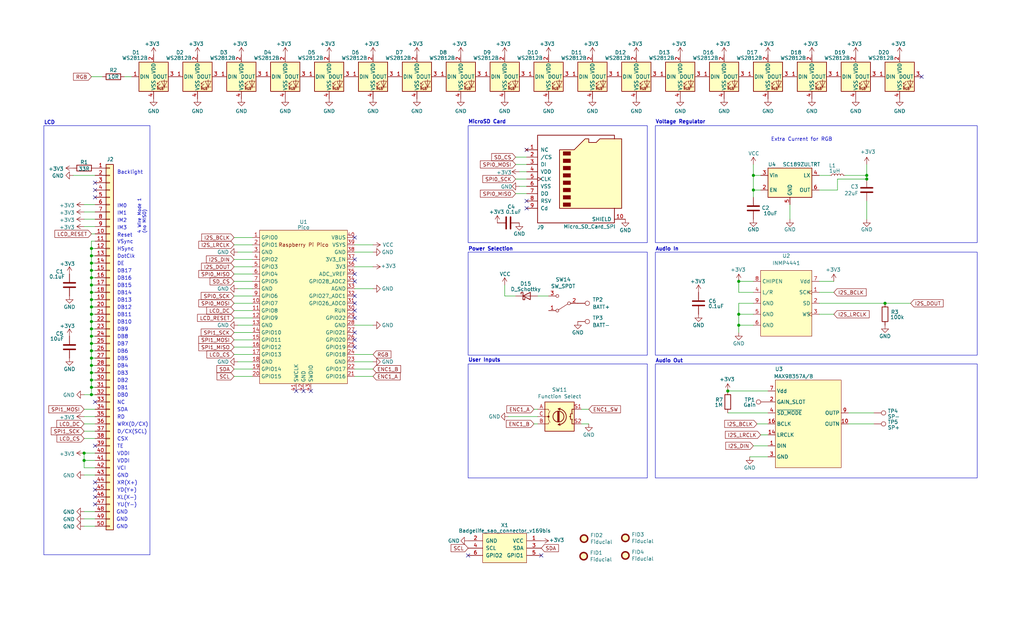
<source format=kicad_sch>
(kicad_sch (version 20231120) (generator "eeschema") (generator_version "8.0")
  (paper "USLegal")
  (title_block (title "DC32 Slow Scan Cat Detector") (date "2024-06-09") (rev "1.0") (company "DCZia") (comment 1 "@hamster"))
  (junction (at 31.75 132.08))
  (junction (at 31.75 91.44))
  (junction (at 31.75 96.52))
  (junction (at 31.75 119.38))
  (junction (at 31.75 129.54))
  (junction (at 256.54 113.03))
  (junction (at 307.34 105.41))
  (junction (at 31.75 116.84))
  (junction (at 300.99 60.96))
  (junction (at 31.75 134.62))
  (junction (at 31.75 127))
  (junction (at 31.75 86.36))
  (junction (at 31.75 88.9))
  (junction (at 29.21 160.02))
  (junction (at 261.62 66.04))
  (junction (at 31.75 121.92))
  (junction (at 252.73 135.89))
  (junction (at 300.99 62.23))
  (junction (at 31.75 137.16))
  (junction (at 31.75 109.22))
  (junction (at 29.21 157.48))
  (junction (at 256.54 97.79))
  (junction (at 31.75 111.76))
  (junction (at 31.75 106.68))
  (junction (at 31.75 124.46))
  (junction (at 31.75 93.98))
  (junction (at 256.54 109.22))
  (junction (at 261.62 60.96))
  (junction (at 31.75 99.06))
  (junction (at 31.75 114.3))
  (junction (at 31.75 101.6))
  (junction (at 31.75 104.14))
  (no_connect (at 33.02 170.18))
  (no_connect (at 33.02 175.26))
  (no_connect (at 123.19 102.87))
  (no_connect (at 33.02 66.04))
  (no_connect (at 123.19 82.55))
  (no_connect (at 33.02 154.94))
  (no_connect (at 33.02 172.72))
  (no_connect (at 33.02 63.5))
  (no_connect (at 123.19 110.49))
  (no_connect (at 123.19 97.79))
  (no_connect (at 33.02 68.58))
  (no_connect (at 123.19 107.95))
  (no_connect (at 187.96 193.04))
  (no_connect (at 162.56 193.04))
  (no_connect (at 182.88 72.39))
  (no_connect (at 33.02 139.7))
  (no_connect (at 123.19 120.65))
  (no_connect (at 123.19 90.17))
  (no_connect (at 107.95 135.89))
  (no_connect (at 320.04 26.67))
  (no_connect (at 182.88 52.07))
  (no_connect (at 123.19 105.41))
  (no_connect (at 123.19 118.11))
  (no_connect (at 102.87 135.89))
  (no_connect (at 123.19 95.25))
  (no_connect (at 182.88 69.85))
  (no_connect (at 33.02 167.64))
  (no_connect (at 123.19 115.57))
  (no_connect (at 105.41 135.89))
  (wire (pts (xy 31.75 109.22) (xy 31.75 111.76)))
  (polyline (pts (xy 15.24 43.688) (xy 52.07 43.688)) (stroke (width 0) (type solid)))
  (wire (pts (xy 33.02 165.1) (xy 29.21 165.1)))
  (wire (pts (xy 264.16 60.96) (xy 261.62 60.96)))
  (wire (pts (xy 33.02 119.38) (xy 31.75 119.38)))
  (wire (pts (xy 81.28 115.57) (xy 87.63 115.57)))
  (wire (pts (xy 33.02 109.22) (xy 31.75 109.22)))
  (wire (pts (xy 33.02 99.06) (xy 31.75 99.06)))
  (wire (pts (xy 29.21 142.24) (xy 33.02 142.24)))
  (wire (pts (xy 33.02 96.52) (xy 31.75 96.52)))
  (wire (pts (xy 31.75 134.62) (xy 31.75 137.16)))
  (wire (pts (xy 31.75 96.52) (xy 31.75 93.98)))
  (wire (pts (xy 29.21 147.32) (xy 33.02 147.32)))
  (wire (pts (xy 179.07 57.15) (xy 182.88 57.15)))
  (wire (pts (xy 33.02 127) (xy 31.75 127)))
  (wire (pts (xy 284.48 101.6) (xy 289.56 101.6)))
  (wire (pts (xy 284.48 109.22) (xy 289.56 109.22)))
  (wire (pts (xy 31.75 83.82) (xy 33.02 83.82)))
  (wire (pts (xy 33.02 180.34) (xy 29.21 180.34)))
  (wire (pts (xy 264.16 151.13) (xy 266.7 151.13)))
  (wire (pts (xy 33.02 104.14) (xy 31.75 104.14)))
  (wire (pts (xy 123.19 85.09) (xy 129.54 85.09)))
  (wire (pts (xy 293.37 60.96) (xy 300.99 60.96)))
  (wire (pts (xy 256.54 109.22) (xy 261.62 109.22)))
  (wire (pts (xy 31.75 114.3) (xy 31.75 116.84)))
  (wire (pts (xy 31.75 137.16) (xy 33.02 137.16)))
  (wire (pts (xy 31.75 86.36) (xy 31.75 83.82)))
  (wire (pts (xy 33.02 111.76) (xy 31.75 111.76)))
  (wire (pts (xy 186.69 102.87) (xy 190.5 102.87)))
  (wire (pts (xy 179.07 54.61) (xy 182.88 54.61)))
  (wire (pts (xy 261.62 66.04) (xy 264.16 66.04)))
  (wire (pts (xy 31.75 99.06) (xy 31.75 96.52)))
  (wire (pts (xy 175.26 99.06) (xy 175.26 102.87)))
  (wire (pts (xy 87.63 100.33) (xy 82.55 100.33)))
  (wire (pts (xy 33.02 149.86) (xy 29.21 149.86)))
  (wire (pts (xy 29.21 162.56) (xy 29.21 160.02)))
  (wire (pts (xy 31.75 121.92) (xy 31.75 124.46)))
  (wire (pts (xy 81.28 82.55) (xy 87.63 82.55)))
  (wire (pts (xy 33.02 81.28) (xy 31.75 81.28)))
  (wire (pts (xy 180.34 64.77) (xy 182.88 64.77)))
  (wire (pts (xy 284.48 60.96) (xy 288.29 60.96)))
  (wire (pts (xy 33.02 121.92) (xy 31.75 121.92)))
  (wire (pts (xy 81.28 92.71) (xy 87.63 92.71)))
  (wire (pts (xy 261.62 57.15) (xy 261.62 60.96)))
  (wire (pts (xy 31.75 119.38) (xy 31.75 121.92)))
  (wire (pts (xy 87.63 125.73) (xy 82.55 125.73)))
  (wire (pts (xy 81.28 130.81) (xy 87.63 130.81)))
  (wire (pts (xy 31.75 116.84) (xy 31.75 119.38)))
  (wire (pts (xy 123.19 128.27) (xy 129.54 128.27)))
  (wire (pts (xy 261.62 101.6) (xy 256.54 101.6)))
  (wire (pts (xy 256.54 109.22) (xy 256.54 113.03)))
  (wire (pts (xy 300.99 69.85) (xy 300.99 76.2)))
  (wire (pts (xy 176.53 144.78) (xy 186.69 144.78)))
  (wire (pts (xy 261.62 105.41) (xy 256.54 105.41)))
  (wire (pts (xy 31.75 127) (xy 31.75 129.54)))
  (polyline (pts (xy 52.07 43.688) (xy 52.07 192.786)) (stroke (width 0) (type solid)))
  (wire (pts (xy 29.21 160.02) (xy 33.02 160.02)))
  (wire (pts (xy 294.64 143.51) (xy 303.53 143.51)))
  (wire (pts (xy 179.07 102.87) (xy 175.26 102.87)))
  (wire (pts (xy 33.02 88.9) (xy 31.75 88.9)))
  (wire (pts (xy 180.34 59.69) (xy 182.88 59.69)))
  (wire (pts (xy 123.19 130.81) (xy 129.54 130.81)))
  (wire (pts (xy 33.02 114.3) (xy 31.75 114.3)))
  (wire (pts (xy 33.02 78.74) (xy 29.21 78.74)))
  (wire (pts (xy 81.28 95.25) (xy 87.63 95.25)))
  (wire (pts (xy 290.83 62.23) (xy 300.99 62.23)))
  (wire (pts (xy 29.21 157.48) (xy 33.02 157.48)))
  (wire (pts (xy 87.63 87.63) (xy 82.55 87.63)))
  (wire (pts (xy 284.48 105.41) (xy 307.34 105.41)))
  (wire (pts (xy 33.02 93.98) (xy 31.75 93.98)))
  (wire (pts (xy 261.62 60.96) (xy 261.62 66.04)))
  (wire (pts (xy 81.28 118.11) (xy 87.63 118.11)))
  (wire (pts (xy 123.19 92.71) (xy 129.54 92.71)))
  (wire (pts (xy 31.75 132.08) (xy 31.75 134.62)))
  (wire (pts (xy 256.54 113.03) (xy 261.62 113.03)))
  (wire (pts (xy 33.02 101.6) (xy 31.75 101.6)))
  (wire (pts (xy 25.4 60.96) (xy 33.02 60.96)))
  (wire (pts (xy 33.02 129.54) (xy 31.75 129.54)))
  (wire (pts (xy 185.42 147.32) (xy 186.69 147.32)))
  (wire (pts (xy 186.69 142.24) (xy 185.42 142.24)))
  (wire (pts (xy 31.75 88.9) (xy 31.75 86.36)))
  (wire (pts (xy 29.21 160.02) (xy 29.21 157.48)))
  (wire (pts (xy 274.32 71.12) (xy 274.32 76.2)))
  (wire (pts (xy 81.28 128.27) (xy 87.63 128.27)))
  (wire (pts (xy 261.62 68.58) (xy 261.62 66.04)))
  (wire (pts (xy 33.02 132.08) (xy 31.75 132.08)))
  (wire (pts (xy 87.63 107.95) (xy 81.28 107.95)))
  (wire (pts (xy 81.28 110.49) (xy 87.63 110.49)))
  (wire (pts (xy 294.64 147.32) (xy 303.53 147.32)))
  (wire (pts (xy 87.63 113.03) (xy 82.55 113.03)))
  (wire (pts (xy 290.83 62.23) (xy 290.83 66.04)))
  (wire (pts (xy 87.63 105.41) (xy 81.28 105.41)))
  (wire (pts (xy 29.21 152.4) (xy 33.02 152.4)))
  (polyline (pts (xy 15.24 192.786) (xy 52.07 192.786)) (stroke (width 0) (type solid)))
  (wire (pts (xy 29.21 137.16) (xy 31.75 137.16)))
  (wire (pts (xy 31.75 93.98) (xy 31.75 91.44)))
  (wire (pts (xy 81.28 85.09) (xy 87.63 85.09)))
  (wire (pts (xy 31.75 129.54) (xy 31.75 132.08)))
  (wire (pts (xy 31.75 104.14) (xy 31.75 106.68)))
  (wire (pts (xy 31.75 106.68) (xy 31.75 109.22)))
  (wire (pts (xy 179.07 62.23) (xy 182.88 62.23)))
  (wire (pts (xy 123.19 87.63) (xy 129.54 87.63)))
  (wire (pts (xy 300.99 57.15) (xy 300.99 60.96)))
  (wire (pts (xy 256.54 101.6) (xy 256.54 97.79)))
  (wire (pts (xy 31.75 91.44) (xy 31.75 88.9)))
  (wire (pts (xy 33.02 182.88) (xy 29.21 182.88)))
  (wire (pts (xy 123.19 125.73) (xy 129.54 125.73)))
  (wire (pts (xy 81.28 102.87) (xy 87.63 102.87)))
  (wire (pts (xy 31.75 111.76) (xy 31.75 114.3)))
  (wire (pts (xy 123.19 123.19) (xy 129.54 123.19)))
  (wire (pts (xy 31.75 26.67) (xy 35.56 26.67)))
  (wire (pts (xy 33.02 134.62) (xy 31.75 134.62)))
  (wire (pts (xy 33.02 116.84) (xy 31.75 116.84)))
  (wire (pts (xy 123.19 113.03) (xy 129.54 113.03)))
  (wire (pts (xy 29.21 144.78) (xy 33.02 144.78)))
  (wire (pts (xy 81.28 90.17) (xy 87.63 90.17)))
  (wire (pts (xy 33.02 177.8) (xy 29.21 177.8)))
  (wire (pts (xy 29.21 162.56) (xy 33.02 162.56)))
  (wire (pts (xy 256.54 113.03) (xy 256.54 115.57)))
  (wire (pts (xy 33.02 91.44) (xy 31.75 91.44)))
  (wire (pts (xy 81.28 97.79) (xy 87.63 97.79)))
  (wire (pts (xy 262.89 147.32) (xy 266.7 147.32)))
  (wire (pts (xy 256.54 105.41) (xy 256.54 109.22)))
  (wire (pts (xy 81.28 120.65) (xy 87.63 120.65)))
  (wire (pts (xy 43.18 26.67) (xy 45.72 26.67)))
  (wire (pts (xy 307.34 105.41) (xy 316.23 105.41)))
  (wire (pts (xy 179.07 67.31) (xy 182.88 67.31)))
  (wire (pts (xy 260.35 158.75) (xy 266.7 158.75)))
  (wire (pts (xy 33.02 86.36) (xy 31.75 86.36)))
  (wire (pts (xy 29.21 76.2) (xy 33.02 76.2)))
  (wire (pts (xy 33.02 124.46) (xy 31.75 124.46)))
  (wire (pts (xy 300.99 62.23) (xy 300.99 60.96)))
  (wire (pts (xy 31.75 99.06) (xy 31.75 101.6)))
  (wire (pts (xy 29.21 73.66) (xy 33.02 73.66)))
  (wire (pts (xy 81.28 123.19) (xy 87.63 123.19)))
  (wire (pts (xy 261.62 154.94) (xy 266.7 154.94)))
  (wire (pts (xy 201.93 147.32) (xy 204.47 147.32)))
  (wire (pts (xy 284.48 66.04) (xy 290.83 66.04)))
  (wire (pts (xy 201.93 142.24) (xy 204.47 142.24)))
  (wire (pts (xy 266.7 143.51) (xy 252.73 143.51)))
  (wire (pts (xy 33.02 71.12) (xy 29.21 71.12)))
  (wire (pts (xy 284.48 97.79) (xy 289.56 97.79)))
  (wire (pts (xy 31.75 124.46) (xy 31.75 127)))
  (polyline (pts (xy 15.24 43.688) (xy 15.24 192.786)) (stroke (width 0) (type solid)))
  (wire (pts (xy 256.54 97.79) (xy 261.62 97.79)))
  (wire (pts (xy 123.19 100.33) (xy 129.54 100.33)))
  (wire (pts (xy 252.73 135.89) (xy 266.7 135.89)))
  (wire (pts (xy 33.02 106.68) (xy 31.75 106.68)))
  (wire (pts (xy 31.75 101.6) (xy 31.75 104.14)))
  (rectangle (start 162.56 43.688) (end 224.79 84.328))
  (rectangle (start 227.584 126.492) (end 339.344 166.116))
  (rectangle (start 162.56 126.492) (end 224.79 166.116))
  (rectangle (start 227.584 43.688) (end 339.344 84.328))
  (rectangle (start 162.56 87.63) (end 224.79 123.444))
  (rectangle (start 227.584 87.63) (end 339.344 123.444))
  (text "DB5" (at 40.64 125.476 0) (effects (font (size 1.27 1.27)) (justify left bottom)))
  (text "Extra Current for RGB" (at 278.384 48.514 0) (effects (font (size 1.27 1.27))))
  (text "VDDI" (at 40.64 158.496 0) (effects (font (size 1.27 1.27)) (justify left bottom)))
  (text "SDA" (at 40.64 143.256 0) (effects (font (size 1.27 1.27)) (justify left bottom)))
  (text "IM3" (at 40.64 80.01 0) (effects (font (size 1.27 1.27)) (justify left bottom)))
  (text "XR(X+)" (at 40.64 168.656 0) (effects (font (size 1.27 1.27)) (justify left bottom)))
  (text "DB6" (at 40.64 122.936 0) (effects (font (size 1.27 1.27)) (justify left bottom)))
  (text "HSync" (at 40.64 87.376 0) (effects (font (size 1.27 1.27)) (justify left bottom)))
  (text "DB12" (at 40.64 107.696 0) (effects (font (size 1.27 1.27)) (justify left bottom)))
  (text "GND" (at 40.386 183.896 0) (effects (font (size 1.27 1.27)) (justify left bottom)))
  (text "DB16" (at 40.64 97.536 0) (effects (font (size 1.27 1.27)) (justify left bottom)))
  (text "Audio In" (at 227.584 87.376 0) (effects (font (size 1.27 1.27) (thickness 0.254) (bold yes)) (justify left bottom)))
  (text "Power Selection" (at 162.56 87.376 0) (effects (font (size 1.27 1.27) (thickness 0.254) (bold yes)) (justify left bottom)))
  (text "IM0" (at 40.64 72.39 0) (effects (font (size 1.27 1.27)) (justify left bottom)))
  (text "YU(Y-)" (at 40.64 176.276 0) (effects (font (size 1.27 1.27)) (justify left bottom)))
  (text "RD" (at 40.64 145.796 0) (effects (font (size 1.27 1.27)) (justify left bottom)))
  (text "Reset" (at 40.64 82.55 0) (effects (font (size 1.27 1.27)) (justify left bottom)))
  (text "YD(Y+)" (at 40.64 171.196 0) (effects (font (size 1.27 1.27)) (justify left bottom)))
  (text "User Inputs" (at 162.56 125.984 0) (effects (font (size 1.27 1.27) (thickness 0.254) (bold yes)) (justify left bottom)))
  (text "IM1" (at 40.64 74.93 0) (effects (font (size 1.27 1.27)) (justify left bottom)))
  (text "DB11" (at 40.64 110.236 0) (effects (font (size 1.27 1.27)) (justify left bottom)))
  (text "XL(X-)" (at 40.64 173.736 0) (effects (font (size 1.27 1.27)) (justify left bottom)))
  (text "DB2" (at 40.64 133.096 0) (effects (font (size 1.27 1.27)) (justify left bottom)))
  (text "DB15" (at 40.64 100.076 0) (effects (font (size 1.27 1.27)) (justify left bottom)))
  (text "LCD" (at 15.24 43.434 0) (effects (font (size 1.27 1.27) (thickness 0.254) (bold yes)) (justify left bottom)))
  (text "4 Wire Mode 1 \n(no MISO)" (at 50.8 81.28 90) (effects (font (size 1.0922 1.0922)) (justify left bottom)))
  (text "VSync" (at 40.64 84.836 0) (effects (font (size 1.27 1.27)) (justify left bottom)))
  (text "DE" (at 40.64 92.456 0) (effects (font (size 1.27 1.27)) (justify left bottom)))
  (text "CSX" (at 40.64 153.416 0) (effects (font (size 1.27 1.27)) (justify left bottom)))
  (text "VDDI" (at 40.64 161.036 0) (effects (font (size 1.27 1.27)) (justify left bottom)))
  (text "DB8" (at 40.64 117.856 0) (effects (font (size 1.27 1.27)) (justify left bottom)))
  (text "IM2" (at 40.64 77.47 0) (effects (font (size 1.27 1.27)) (justify left bottom)))
  (text "DotClk" (at 40.64 89.916 0) (effects (font (size 1.27 1.27)) (justify left bottom)))
  (text "GND" (at 40.386 178.816 0) (effects (font (size 1.27 1.27)) (justify left bottom)))
  (text "DB7" (at 40.64 120.396 0) (effects (font (size 1.27 1.27)) (justify left bottom)))
  (text "Backlight" (at 40.64 60.706 0) (effects (font (size 1.27 1.27)) (justify left bottom)))
  (text "MicroSD Card" (at 162.56 43.18 0) (effects (font (size 1.27 1.27) (thickness 0.254) (bold yes)) (justify left bottom)))
  (text "DB3" (at 40.64 130.556 0) (effects (font (size 1.27 1.27)) (justify left bottom)))
  (text "DB0" (at 40.64 138.176 0) (effects (font (size 1.27 1.27)) (justify left bottom)))
  (text "DB1" (at 40.64 135.636 0) (effects (font (size 1.27 1.27)) (justify left bottom)))
  (text "Audio Out" (at 227.584 126.238 0) (effects (font (size 1.27 1.27) (thickness 0.254) (bold yes)) (justify left bottom)))
  (text "DB14" (at 40.64 102.616 0) (effects (font (size 1.27 1.27)) (justify left bottom)))
  (text "NC" (at 40.64 140.716 0) (effects (font (size 1.27 1.27)) (justify left bottom)))
  (text "DB13" (at 40.64 105.156 0) (effects (font (size 1.27 1.27)) (justify left bottom)))
  (text "DB9" (at 40.64 115.316 0) (effects (font (size 1.27 1.27)) (justify left bottom)))
  (text "D/CX(SCL)" (at 40.64 150.876 0) (effects (font (size 1.27 1.27)) (justify left bottom)))
  (text "DB17" (at 40.64 94.996 0) (effects (font (size 1.27 1.27)) (justify left bottom)))
  (text "DB10" (at 40.64 112.776 0) (effects (font (size 1.27 1.27)) (justify left bottom)))
  (text "VCI" (at 40.64 163.576 0) (effects (font (size 1.27 1.27)) (justify left bottom)))
  (text "Voltage Regulator" (at 227.584 43.18 0) (effects (font (size 1.27 1.27) (thickness 0.254) (bold yes)) (justify left bottom)))
  (text "DB4" (at 40.64 128.016 0) (effects (font (size 1.27 1.27)) (justify left bottom)))
  (text "WRX(D/CX)" (at 40.64 148.336 0) (effects (font (size 1.27 1.27)) (justify left bottom)))
  (text "GND" (at 40.386 181.356 0) (effects (font (size 1.27 1.27)) (justify left bottom)))
  (text "TE" (at 40.64 155.956 0) (effects (font (size 1.27 1.27)) (justify left bottom)))
  (text "GND" (at 40.64 166.116 0) (effects (font (size 1.27 1.27)) (justify left bottom)))
  (global_label "SPI0_SCK" (shape input) (at 81.28 102.87 180) (property "Intersheetrefs" "${INTERSHEET_REFS}" (effects (hide yes))))
  (global_label "I2S_BCLK" (shape input) (at 81.28 82.55 180) (property "Intersheetrefs" "${INTERSHEET_REFS}" (effects (hide yes))))
  (global_label "LCD_DC" (shape input) (at 81.28 107.95 180) (property "Intersheetrefs" "${INTERSHEET_REFS}" (effects (hide yes))))
  (global_label "I2S_LRCLK" (shape input) (at 264.16 151.13 180) (property "Intersheetrefs" "${INTERSHEET_REFS}" (effects (hide yes))))
  (global_label "I2S_LRCLK" (shape input) (at 81.28 85.09 180) (property "Intersheetrefs" "${INTERSHEET_REFS}" (effects (hide yes))))
  (global_label "SCL" (shape input) (at 81.28 130.81 180) (property "Intersheetrefs" "${INTERSHEET_REFS}" (effects (hide yes))))
  (global_label "I2S_LRCLK" (shape input) (at 289.56 109.22 0) (property "Intersheetrefs" "${INTERSHEET_REFS}" (effects (hide yes))))
  (global_label "SPI0_MOSI" (shape input) (at 179.07 57.15 180) (property "Intersheetrefs" "${INTERSHEET_REFS}" (effects (hide yes))))
  (global_label "SD_CS" (shape input) (at 81.28 97.79 180) (property "Intersheetrefs" "${INTERSHEET_REFS}" (effects (hide yes))))
  (global_label "I2S_DIN" (shape input) (at 261.62 154.94 180) (property "Intersheetrefs" "${INTERSHEET_REFS}" (effects (hide yes))))
  (global_label "SDA" (shape input) (at 81.28 128.27 180) (property "Intersheetrefs" "${INTERSHEET_REFS}" (effects (hide yes))))
  (global_label "SPI0_MISO" (shape input) (at 81.28 95.25 180) (property "Intersheetrefs" "${INTERSHEET_REFS}" (effects (hide yes))))
  (global_label "I2S_DOUT" (shape input) (at 81.28 92.71 180) (property "Intersheetrefs" "${INTERSHEET_REFS}" (effects (hide yes))))
  (global_label "SPI1_SCK" (shape input) (at 81.28 115.57 180) (property "Intersheetrefs" "${INTERSHEET_REFS}" (effects (hide yes))))
  (global_label "LCD_RESET" (shape input) (at 81.28 110.49 180) (property "Intersheetrefs" "${INTERSHEET_REFS}" (effects (hide yes))))
  (global_label "ENC1_B" (shape input) (at 129.54 128.27 0) (property "Intersheetrefs" "${INTERSHEET_REFS}" (effects (hide yes))))
  (global_label "I2S_BCLK" (shape input) (at 262.89 147.32 180) (property "Intersheetrefs" "${INTERSHEET_REFS}" (effects (hide yes))))
  (global_label "SPI0_MOSI" (shape input) (at 81.28 105.41 180) (property "Intersheetrefs" "${INTERSHEET_REFS}" (effects (hide yes))))
  (global_label "ENC1_A" (shape input) (at 185.42 142.24 180) (property "Intersheetrefs" "${INTERSHEET_REFS}" (effects (hide yes))))
  (global_label "LCD_CS" (shape input) (at 81.28 123.19 180) (property "Intersheetrefs" "${INTERSHEET_REFS}" (effects (hide yes))))
  (global_label "I2S_BCLK" (shape input) (at 289.56 101.6 0) (property "Intersheetrefs" "${INTERSHEET_REFS}" (effects (hide yes))))
  (global_label "SPI1_SCK" (shape input) (at 29.21 149.86 180) (property "Intersheetrefs" "${INTERSHEET_REFS}" (effects (hide yes))))
  (global_label "ENC1_A" (shape input) (at 129.54 130.81 0) (property "Intersheetrefs" "${INTERSHEET_REFS}" (effects (hide yes))))
  (global_label "SDA" (shape input) (at 187.96 190.5 0) (property "Intersheetrefs" "${INTERSHEET_REFS}" (effects (hide yes))))
  (global_label "SD_CS" (shape input) (at 179.07 54.61 180) (property "Intersheetrefs" "${INTERSHEET_REFS}" (effects (hide yes))))
  (global_label "SPI1_MOSI" (shape input) (at 81.28 118.11 180) (property "Intersheetrefs" "${INTERSHEET_REFS}" (effects (hide yes))))
  (global_label "LCD_DC" (shape input) (at 29.21 147.32 180) (property "Intersheetrefs" "${INTERSHEET_REFS}" (effects (hide yes))))
  (global_label "I2S_DIN" (shape input) (at 81.28 90.17 180) (property "Intersheetrefs" "${INTERSHEET_REFS}" (effects (hide yes))))
  (global_label "LCD_CS" (shape input) (at 29.21 152.4 180) (property "Intersheetrefs" "${INTERSHEET_REFS}" (effects (hide yes))))
  (global_label "RGB" (shape input) (at 31.75 26.67 180) (property "Intersheetrefs" "${INTERSHEET_REFS}" (effects (hide yes))))
  (global_label "I2S_DOUT" (shape input) (at 316.23 105.41 0) (property "Intersheetrefs" "${INTERSHEET_REFS}" (effects (hide yes))))
  (global_label "RGB" (shape input) (at 129.54 123.19 0) (property "Intersheetrefs" "${INTERSHEET_REFS}" (effects (hide yes))))
  (global_label "SCL" (shape input) (at 162.56 190.5 180) (property "Intersheetrefs" "${INTERSHEET_REFS}" (effects (hide yes))))
  (global_label "LCD_RESET" (shape input) (at 31.75 81.28 180) (property "Intersheetrefs" "${INTERSHEET_REFS}" (effects (hide yes))))
  (global_label "SPI0_SCK" (shape input) (at 179.07 62.23 180) (property "Intersheetrefs" "${INTERSHEET_REFS}" (effects (hide yes))))
  (global_label "SPI1_MOSI" (shape input) (at 29.21 142.24 180) (property "Intersheetrefs" "${INTERSHEET_REFS}" (effects (hide yes))))
  (global_label "ENC1_B" (shape input) (at 185.42 147.32 180) (property "Intersheetrefs" "${INTERSHEET_REFS}" (effects (hide yes))))
  (global_label "SPI1_MISO" (shape input) (at 81.28 120.65 180) (property "Intersheetrefs" "${INTERSHEET_REFS}" (effects (hide yes))))
  (global_label "SPI0_MISO" (shape input) (at 179.07 67.31 180) (property "Intersheetrefs" "${INTERSHEET_REFS}" (effects (hide yes))))
  (global_label "ENC1_SW" (shape input) (at 204.47 142.24 0) (property "Intersheetrefs" "${INTERSHEET_REFS}" (effects (hide yes))))
  (symbol (lib_id "Device:C") (at 24.13 99.06 180) (unit 1)
    (property "Reference" "C1" (at 20.701 94.361 0))
    (property "Value" "0.1uF" (at 19.812 96.139 0))
    (property "Footprint" "Capacitor_SMD:C_0603_1608Metric" (effects (hide yes)))
  )
  (symbol (lib_id "power:+3V3") (at 281.94 19.05 0) (unit 1)
    (property "Reference" "#PWR077" (effects (hide yes)))
    (property "Value" "+3V3" (at 281.432 15.24 0))
  )
  (symbol (lib_id "power:GND") (at 307.34 113.03 0) (unit 1)
    (property "Reference" "#PWR083" (effects (hide yes)))
    (property "Value" "GND" (at 307.34 116.84 0))
  )
  (symbol (lib_id "power:GND") (at 274.32 76.2 0) (unit 1)
    (property "Reference" "#PWR085" (effects (hide yes)))
    (property "Value" "GND" (at 274.32 79.756 0))
  )
  (symbol (lib_id "SK6812-SIDE:SK6812-SIDE") (at 129.54 26.67 0) (unit 1)
    (property "Reference" "D6" (at 122.0725 18.2383 0) (effects (justify left)))
    (property "Value" "WS2812B" (at 118.5673 20.1814 0) (effects (justify left)))
    (property "Footprint" "lib_fp:LED_SK6812_4020" (effects (hide yes)))
    (property "Datasheet" "https://cdn-shop.adafruit.com/datasheets/WS2812B.pdf" (effects (hide yes)))
  )
  (symbol (lib_id "SK6812-SIDE:SK6812-SIDE") (at 144.78 26.67 0) (unit 1)
    (property "Reference" "D7" (at 137.3125 18.2383 0) (effects (justify left)))
    (property "Value" "WS2812B" (at 133.8073 20.1814 0) (effects (justify left)))
    (property "Footprint" "lib_fp:LED_SK6812_4020" (effects (hide yes)))
    (property "Datasheet" "https://cdn-shop.adafruit.com/datasheets/WS2812B.pdf" (effects (hide yes)))
  )
  (symbol (lib_id "power:+3V3") (at 220.98 19.05 0) (unit 1)
    (property "Reference" "#PWR069" (effects (hide yes)))
    (property "Value" "+3V3" (at 220.472 15.24 0))
  )
  (symbol (lib_id "power:+3V3") (at 29.21 157.48 90) (unit 1)
    (property "Reference" "#PWR045" (effects (hide yes)))
    (property "Value" "+3V3" (at 25.908 157.734 90) (effects (justify left)))
  )
  (symbol (lib_id "Connector:TestPoint") (at 200.66 111.76 270) (unit 1)
    (property "Reference" "TP3" (at 205.74 110.49 90) (effects (justify left)))
    (property "Value" "BATT-" (at 205.74 113.03 90) (effects (justify left)))
    (property "Footprint" "TestPoint:TestPoint_Pad_1.5x1.5mm" (effects (hide yes)))
  )
  (symbol (lib_id "power:GND") (at 129.54 125.73 90) (unit 1)
    (property "Reference" "#PWR015" (effects (hide yes)))
    (property "Value" "GND" (at 134.62 125.73 90))
  )
  (symbol (lib_id "INMP441:INMP4441") (at 273.05 105.41 0) (unit 1)
    (property "Reference" "U2" (at 273.05 88.9 0))
    (property "Value" "INMP4441" (at 273.05 91.44 0))
    (property "Datasheet" "https://invensense.tdk.com/wp-content/uploads/2015/02/INMP441.pdf" (effects (hide yes)))
  )
  (symbol (lib_id "power:GND") (at 82.55 100.33 270) (unit 1)
    (property "Reference" "#PWR02" (effects (hide yes)))
    (property "Value" "GND" (at 77.47 100.33 90))
  )
  (symbol (lib_id "power:+3V3") (at 160.02 19.05 0) (unit 1)
    (property "Reference" "#PWR063" (effects (hide yes)))
    (property "Value" "+3V3" (at 159.512 15.24 0))
  )
  (symbol (lib_id "power:+3V3") (at 53.34 19.05 0) (unit 1)
    (property "Reference" "#PWR024" (effects (hide yes)))
    (property "Value" "+3V3" (at 52.832 15.24 0))
  )
  (symbol (lib_id "power:+3V3") (at 29.21 78.74 90) (unit 1)
    (property "Reference" "#PWR029" (effects (hide yes)))
    (property "Value" "+3V3" (at 25.908 78.994 90) (effects (justify left)))
  )
  (symbol (lib_id "Device:R") (at 29.21 58.42 90) (unit 1)
    (property "Reference" "R1" (at 29.21 56.388 90))
    (property "Value" "33R" (at 29.21 58.674 90))
    (property "Footprint" "Resistor_SMD:R_0603_1608Metric" (effects (hide yes)))
  )
  (symbol (lib_id "power:+3V3") (at 172.72 77.47 0) (unit 1)
    (property "Reference" "#PWR039" (effects (hide yes)))
    (property "Value" "+3V3" (at 172.466 73.66 0))
  )
  (symbol (lib_id "power:GND") (at 236.22 34.29 0) (unit 1)
    (property "Reference" "#PWR072" (effects (hide yes)))
    (property "Value" "GND" (at 236.22 38.6144 0))
  )
  (symbol (lib_id "SK6812-SIDE:SK6812-SIDE") (at 99.06 26.67 0) (unit 1)
    (property "Reference" "D4" (at 91.5925 18.2383 0) (effects (justify left)))
    (property "Value" "WS2812B" (at 88.0873 20.1814 0) (effects (justify left)))
    (property "Footprint" "lib_fp:LED_SK6812_4020" (effects (hide yes)))
    (property "Datasheet" "https://cdn-shop.adafruit.com/datasheets/WS2812B.pdf" (effects (hide yes)))
  )
  (symbol (lib_id "power:VCC") (at 175.26 99.06 0) (unit 1)
    (property "Reference" "#PWR027" (effects (hide yes)))
    (property "Value" "VCC" (at 173.482 95.25 0) (effects (justify left)))
  )
  (symbol (lib_id "power:GND") (at 82.55 87.63 270) (unit 1)
    (property "Reference" "#PWR01" (effects (hide yes)))
    (property "Value" "GND" (at 77.47 87.63 90))
  )
  (symbol (lib_id "power:+3V3") (at 83.82 19.05 0) (unit 1)
    (property "Reference" "#PWR032" (effects (hide yes)))
    (property "Value" "+3V3" (at 83.312 15.24 0))
  )
  (symbol (lib_id "MicroSD-Retention:Micro_SD_Card_SPI_Seeed-MicroSD-SPI-Seeed") (at 200.66 60.96 0) (unit 1)
    (property "Reference" "J9" (at 187.706 78.994 0))
    (property "Value" "Micro_SD_Card_SPI" (at 204.724 78.74 0))
    (property "Footprint" "lib_fp:MicroSD-Socket-Seeed-320090008" (effects (hide yes)))
    (property "Datasheet" "https://statics3.seeedstudio.com/images/opl/datasheet/320090008.pdf" (effects (hide yes)))
  )
  (symbol (lib_id "power:+3V3") (at 29.21 144.78 90) (unit 1)
    (property "Reference" "#PWR051" (effects (hide yes)))
    (property "Value" "+3V3" (at 25.908 145.034 90) (effects (justify left)))
  )
  (symbol (lib_id "power:+3V3") (at 266.7 19.05 0) (unit 1)
    (property "Reference" "#PWR075" (effects (hide yes)))
    (property "Value" "+3V3" (at 266.192 15.24 0))
  )
  (symbol (lib_id "Device:C") (at 24.13 120.65 180) (unit 1)
    (property "Reference" "C5" (at 20.701 115.951 0))
    (property "Value" "10uF" (at 19.812 117.729 0))
    (property "Footprint" "Capacitor_SMD:C_0603_1608Metric" (effects (hide yes)))
  )
  (symbol (lib_id "power:GND") (at 200.66 111.76 0) (unit 1)
    (property "Reference" "#PWR033" (effects (hide yes)))
    (property "Value" "GND" (at 200.66 115.57 0))
  )
  (symbol (lib_id "Device:C") (at 242.57 105.41 180) (unit 1)
    (property "Reference" "C6" (at 247.396 104.648 0))
    (property "Value" "0.1uF" (at 248.666 106.426 0))
    (property "Footprint" "Capacitor_SMD:C_0603_1608Metric" (effects (hide yes)))
  )
  (symbol (lib_id "power:+3V3") (at 205.74 19.05 0) (unit 1)
    (property "Reference" "#PWR06" (effects (hide yes)))
    (property "Value" "+3V3" (at 205.232 15.24 0))
  )
  (symbol (lib_id "power:GND") (at 297.18 34.29 0) (unit 1)
    (property "Reference" "#PWR080" (effects (hide yes)))
    (property "Value" "GND" (at 297.18 38.6144 0))
  )
  (symbol (lib_id "power:GND") (at 29.21 137.16 270) (unit 1)
    (property "Reference" "#PWR035" (effects (hide yes)))
    (property "Value" "GND" (at 25.9588 137.287 90) (effects (justify right)))
  )
  (symbol (lib_id "power:GND") (at 242.57 109.22 0) (unit 1)
    (property "Reference" "#PWR056" (effects (hide yes)))
    (property "Value" "GND" (at 242.57 113.03 0))
  )
  (symbol (lib_id "power:+3V3") (at 251.46 19.05 0) (unit 1)
    (property "Reference" "#PWR073" (effects (hide yes)))
    (property "Value" "+3V3" (at 250.952 15.24 0))
  )
  (symbol (lib_id "power:GND") (at 260.35 158.75 0) (unit 1)
    (property "Reference" "#PWR030" (effects (hide yes)))
    (property "Value" "GND" (at 260.35 162.56 0))
  )
  (symbol (lib_id "power:+3V3") (at 187.96 187.96 270) (unit 1)
    (property "Reference" "#PWR058" (effects (hide yes)))
    (property "Value" "+3V3" (at 193.294 187.706 90))
  )
  (symbol (lib_id "power:+3V3") (at 180.34 59.69 90) (unit 1)
    (property "Reference" "#PWR041" (effects (hide yes)))
    (property "Value" "+3V3" (at 175.006 59.944 90))
  )
  (symbol (lib_id "Connector:TestPoint") (at 200.66 105.41 270) (unit 1)
    (property "Reference" "TP2" (at 205.74 104.14 90) (effects (justify left)))
    (property "Value" "BATT+" (at 205.74 106.68 90) (effects (justify left)))
    (property "Footprint" "TestPoint:TestPoint_Pad_1.5x1.5mm" (effects (hide yes)))
  )
  (symbol (lib_id "Mechanical:Fiducial") (at 202.819 187.198 0) (unit 1) (in_bom no)
    (property "Reference" "FID2" (at 204.978 186.0296 0) (effects (justify left)))
    (property "Value" "Fiducial" (at 204.978 188.341 0) (effects (justify left)))
    (property "Footprint" "Fiducial:Fiducial_1mm_Mask2mm" (effects (hide yes)))
  )
  (symbol (lib_id "power:+3V3") (at 256.54 97.79 0) (unit 1)
    (property "Reference" "#PWR054" (effects (hide yes)))
    (property "Value" "+3V3" (at 256.286 93.726 0))
  )
  (symbol (lib_id "power:+3V3") (at 29.21 76.2 90) (unit 1)
    (property "Reference" "#PWR023" (effects (hide yes)))
    (property "Value" "+3V3" (at 25.908 76.454 90) (effects (justify left)))
  )
  (symbol (lib_id "power:GND") (at 29.21 182.88 270) (unit 1)
    (property "Reference" "#PWR049" (effects (hide yes)))
    (property "Value" "GND" (at 25.9588 183.007 90) (effects (justify right)))
  )
  (symbol (lib_id "power:GND") (at 190.5 34.29 0) (unit 1)
    (property "Reference" "#PWR068" (effects (hide yes)))
    (property "Value" "GND" (at 190.5 38.6144 0))
  )
  (symbol (lib_id "power:+3V3") (at 129.54 92.71 270) (unit 1)
    (property "Reference" "#PWR012" (effects (hide yes)))
    (property "Value" "+3V3" (at 134.874 92.456 90))
  )
  (symbol (lib_id "Connector:TestPoint") (at 303.53 143.51 270) (unit 1)
    (property "Reference" "TP4" (at 308.229 142.8663 90) (effects (justify left)))
    (property "Value" "SP-" (at 308.229 144.7873 90) (effects (justify left)))
    (property "Footprint" "TestPoint:TestPoint_Pad_1.5x1.5mm" (effects (hide yes)))
  )
  (symbol (lib_id "power:GND") (at 176.53 144.78 270) (unit 1)
    (property "Reference" "#PWR021" (effects (hide yes)))
    (property "Value" "GND" (at 171.704 144.78 90))
  )
  (symbol (lib_id "SK6812-SIDE:SK6812-SIDE") (at 251.46 26.67 0) (unit 1)
    (property "Reference" "D16" (at 243.9925 18.2383 0) (effects (justify left)))
    (property "Value" "WS2812B" (at 240.4873 20.1814 0) (effects (justify left)))
    (property "Footprint" "lib_fp:LED_SK6812_4020" (effects (hide yes)))
    (property "Datasheet" "https://cdn-shop.adafruit.com/datasheets/WS2812B.pdf" (effects (hide yes)))
  )
  (symbol (lib_id "power:GND") (at 162.56 187.96 270) (unit 1)
    (property "Reference" "#PWR037" (effects (hide yes)))
    (property "Value" "GND" (at 157.607 187.96 90))
  )
  (symbol (lib_id "power:GND") (at 82.55 125.73 270) (unit 1)
    (property "Reference" "#PWR04" (effects (hide yes)))
    (property "Value" "GND" (at 77.47 125.73 90))
  )
  (symbol (lib_id "power:+3V3") (at 68.58 19.05 0) (unit 1)
    (property "Reference" "#PWR026" (effects (hide yes)))
    (property "Value" "+3V3" (at 68.072 15.24 0))
  )
  (symbol (lib_id "power:GND") (at 24.13 124.46 0) (unit 1)
    (property "Reference" "#PWR016" (effects (hide yes)))
    (property "Value" "GND" (at 24.13 128.27 0))
  )
  (symbol (lib_id "power:+3V3") (at 24.13 95.25 0) (unit 1)
    (property "Reference" "#PWR07" (effects (hide yes)))
    (property "Value" "+3V3" (at 23.368 91.694 0))
  )
  (symbol (lib_id "SK6812-SIDE:SK6812-SIDE") (at 236.22 26.67 0) (unit 1)
    (property "Reference" "D13" (at 228.7525 18.2383 0) (effects (justify left)))
    (property "Value" "WS2812B" (at 225.2473 20.1814 0) (effects (justify left)))
    (property "Footprint" "lib_fp:LED_SK6812_4020" (effects (hide yes)))
    (property "Datasheet" "https://cdn-shop.adafruit.com/datasheets/WS2812B.pdf" (effects (hide yes)))
  )
  (symbol (lib_id "power:+3V3") (at 25.4 58.42 90) (unit 1)
    (property "Reference" "#PWR018" (effects (hide yes)))
    (property "Value" "+3V3" (at 22.098 58.674 90) (effects (justify left)))
  )
  (symbol (lib_id "power:GND") (at 29.21 165.1 270) (unit 1)
    (property "Reference" "#PWR046" (effects (hide yes)))
    (property "Value" "GND" (at 25.9588 165.227 90) (effects (justify right)))
  )
  (symbol (lib_id "power:+3V3") (at 289.56 97.79 0) (unit 1)
    (property "Reference" "#PWR044" (effects (hide yes)))
    (property "Value" "+3V3" (at 289.306 93.726 0))
  )
  (symbol (lib_id "SK6812-SIDE:SK6812-SIDE") (at 281.94 26.67 0) (unit 1)
    (property "Reference" "D18" (at 274.4725 18.2383 0) (effects (justify left)))
    (property "Value" "WS2812B" (at 270.9673 20.1814 0) (effects (justify left)))
    (property "Footprint" "lib_fp:LED_SK6812_4020" (effects (hide yes)))
    (property "Datasheet" "https://cdn-shop.adafruit.com/datasheets/WS2812B.pdf" (effects (hide yes)))
  )
  (symbol (lib_id "SK6812-SIDE:SK6812-SIDE") (at 312.42 26.67 0) (unit 1)
    (property "Reference" "D20" (at 304.9525 18.2383 0) (effects (justify left)))
    (property "Value" "WS2812B" (at 301.4473 20.1814 0) (effects (justify left)))
    (property "Footprint" "lib_fp:LED_SK6812_4020" (effects (hide yes)))
    (property "Datasheet" "https://cdn-shop.adafruit.com/datasheets/WS2812B.pdf" (effects (hide yes)))
  )
  (symbol (lib_id "power:GND") (at 24.13 102.87 0) (unit 1)
    (property "Reference" "#PWR08" (effects (hide yes)))
    (property "Value" "GND" (at 24.13 106.68 0))
  )
  (symbol (lib_id "SK6812-SIDE:SK6812-SIDE") (at 83.82 26.67 0) (unit 1)
    (property "Reference" "D3" (at 76.3525 18.2383 0) (effects (justify left)))
    (property "Value" "WS2812B" (at 72.8473 20.1814 0) (effects (justify left)))
    (property "Footprint" "lib_fp:LED_SK6812_4020" (effects (hide yes)))
    (property "Datasheet" "https://cdn-shop.adafruit.com/datasheets/WS2812B.pdf" (effects (hide yes)))
  )
  (symbol (lib_id "power:GND") (at 129.54 34.29 0) (unit 1)
    (property "Reference" "#PWR060" (effects (hide yes)))
    (property "Value" "GND" (at 129.54 38.6144 0))
  )
  (symbol (lib_id "power:+3V3") (at 312.42 19.05 0) (unit 1)
    (property "Reference" "#PWR081" (effects (hide yes)))
    (property "Value" "+3V3" (at 311.912 15.24 0))
  )
  (symbol (lib_id "power:+3V3") (at 144.78 19.05 0) (unit 1)
    (property "Reference" "#PWR061" (effects (hide yes)))
    (property "Value" "+3V3" (at 144.272 15.24 0))
  )
  (symbol (lib_id "badgelife_shitty_addon_v169bis:Badgelife_sao_connector_v169bis") (at 175.26 190.5 0) (unit 1)
    (property "Reference" "X1" (at 175.26 182.5371 0))
    (property "Value" "Badgelife_sao_connector_v169bis" (at 175.26 184.4581 0))
    (property "Footprint" "lib_fp:Badgelife-Shitty-v1.69bis-Minimal-Front" (effects (hide yes)))
  )
  (symbol (lib_id "Device:C") (at 300.99 66.04 0) (mirror y) (unit 1)
    (property "Reference" "C3" (at 298.0944 64.8716 0) (effects (justify left)))
    (property "Value" "22uF" (at 298.0944 67.183 0) (effects (justify left)))
    (property "Footprint" "Capacitor_SMD:C_0805_2012Metric" (effects (hide yes)))
  )
  (symbol (lib_id "power:GND") (at 68.58 34.29 0) (unit 1)
    (property "Reference" "#PWR031" (effects (hide yes)))
    (property "Value" "GND" (at 68.58 38.6144 0))
  )
  (symbol (lib_id "Device:L_Small") (at 290.83 60.96 90) (unit 1)
    (property "Reference" "L1" (at 289.052 57.531 90))
    (property "Value" "1uH" (at 289.8394 59.3598 90))
    (property "Footprint" "Inductor_SMD:L_1008_2520Metric" (effects (hide yes)))
  )
  (symbol (lib_id "power:+3V3") (at 242.57 101.6 0) (unit 1)
    (property "Reference" "#PWR055" (effects (hide yes)))
    (property "Value" "+3V3" (at 242.316 97.79 0))
  )
  (symbol (lib_id "power:GND") (at 29.21 180.34 270) (unit 1)
    (property "Reference" "#PWR048" (effects (hide yes)))
    (property "Value" "GND" (at 25.9588 180.467 90) (effects (justify right)))
  )
  (symbol (lib_id "power:GND") (at 175.26 34.29 0) (unit 1)
    (property "Reference" "#PWR066" (effects (hide yes)))
    (property "Value" "GND" (at 175.26 38.6144 0))
  )
  (symbol (lib_id "Device:C") (at 176.53 77.47 270) (unit 1)
    (property "Reference" "C4" (at 177.546 71.882 90))
    (property "Value" "0.1uF" (at 178.308 73.66 90))
    (property "Footprint" "Capacitor_SMD:C_0603_1608Metric" (effects (hide yes)))
  )
  (symbol (lib_id "Device:C") (at 261.62 72.39 0) (mirror y) (unit 1)
    (property "Reference" "C2" (at 267.208 72.263 0) (effects (justify left)))
    (property "Value" "10uF" (at 270.002 74.168 0) (effects (justify left)))
    (property "Footprint" "Capacitor_SMD:C_0603_1608Metric" (effects (hide yes)))
  )
  (symbol (lib_id "power:+3V3") (at 99.06 19.05 0) (unit 1)
    (property "Reference" "#PWR038" (effects (hide yes)))
    (property "Value" "+3V3" (at 98.552 15.24 0))
  )
  (symbol (lib_id "power:GND") (at 312.42 34.29 0) (unit 1)
    (property "Reference" "#PWR082" (effects (hide yes)))
    (property "Value" "GND" (at 312.42 38.6144 0))
  )
  (symbol (lib_id "SK6812-SIDE:SK6812-SIDE") (at 68.58 26.67 0) (unit 1)
    (property "Reference" "D2" (at 61.1125 18.2383 0) (effects (justify left)))
    (property "Value" "WS2812B" (at 57.6073 20.1814 0) (effects (justify left)))
    (property "Footprint" "lib_fp:LED_SK6812_4020" (effects (hide yes)))
    (property "Datasheet" "https://cdn-shop.adafruit.com/datasheets/WS2812B.pdf" (effects (hide yes)))
  )
  (symbol (lib_id "MCU_RaspberryPi_and_Boards:Pico") (at 105.41 106.68 0) (unit 1)
    (property "Reference" "U1" (at 105.41 77.1271 0))
    (property "Value" "Pico" (at 105.41 79.0481 0))
    (property "Footprint" "lib_fp:RPi_Pico_SMD" (effects (hide yes)))
  )
  (symbol (lib_id "power:GND") (at 205.74 34.29 0) (unit 1)
    (property "Reference" "#PWR017" (effects (hide yes)))
    (property "Value" "GND" (at 205.74 38.6144 0))
  )
  (symbol (lib_id "SK6812-SIDE:SK6812-SIDE") (at 160.02 26.67 0) (unit 1)
    (property "Reference" "D8" (at 152.5525 18.2383 0) (effects (justify left)))
    (property "Value" "WS2812B" (at 149.0473 20.1814 0) (effects (justify left)))
    (property "Footprint" "lib_fp:LED_SK6812_4020" (effects (hide yes)))
    (property "Datasheet" "https://cdn-shop.adafruit.com/datasheets/WS2812B.pdf" (effects (hide yes)))
  )
  (symbol (lib_id "SK6812-SIDE:SK6812-SIDE") (at 175.26 26.67 0) (unit 1)
    (property "Reference" "D9" (at 167.7925 18.2383 0) (effects (justify left)))
    (property "Value" "WS2812B" (at 164.2873 20.1814 0) (effects (justify left)))
    (property "Footprint" "lib_fp:LED_SK6812_4020" (effects (hide yes)))
    (property "Datasheet" "https://cdn-shop.adafruit.com/datasheets/WS2812B.pdf" (effects (hide yes)))
  )
  (symbol (lib_id "power:GND") (at 220.98 34.29 0) (unit 1)
    (property "Reference" "#PWR070" (effects (hide yes)))
    (property "Value" "GND" (at 220.98 38.6144 0))
  )
  (symbol (lib_id "power:GND") (at 204.47 147.32 0) (unit 1)
    (property "Reference" "#PWR05" (effects (hide yes)))
    (property "Value" "GND" (at 206.502 151.13 0) (effects (justify right)))
  )
  (symbol (lib_id "power:GND") (at 251.46 34.29 0) (unit 1)
    (property "Reference" "#PWR074" (effects (hide yes)))
    (property "Value" "GND" (at 251.46 38.6144 0))
  )
  (symbol (lib_id "SK6812-SIDE:SK6812-SIDE") (at 53.34 26.67 0) (unit 1)
    (property "Reference" "D1" (at 45.8725 18.2383 0) (effects (justify left)))
    (property "Value" "WS2812B" (at 42.3673 20.1814 0) (effects (justify left)))
    (property "Footprint" "lib_fp:LED_SK6812_4020" (effects (hide yes)))
    (property "Datasheet" "https://cdn-shop.adafruit.com/datasheets/WS2812B.pdf" (effects (hide yes)))
  )
  (symbol (lib_id "power:GND") (at 53.34 34.29 0) (unit 1)
    (property "Reference" "#PWR025" (effects (hide yes)))
    (property "Value" "GND" (at 53.34 38.6144 0))
  )
  (symbol (lib_id "laser-theremin-rescue:Rotary_Encoder_Switch-Device") (at 194.31 144.78 0) (unit 1)
    (property "Reference" "SW11" (at 194.31 135.4582 0))
    (property "Value" "Function Select" (at 194.31 137.7696 0))
    (property "Footprint" "lib_fp:RotaryEncoder" (effects (hide yes)))
  )
  (symbol (lib_id "Device:R") (at 307.34 109.22 0) (unit 1)
    (property "Reference" "R3" (at 309.372 108.458 0) (effects (justify left)))
    (property "Value" "100k" (at 309.118 110.236 0) (effects (justify left)))
    (property "Footprint" "Resistor_SMD:R_0603_1608Metric" (effects (hide yes)))
  )
  (symbol (lib_id "Switch:SW_SPDT") (at 195.58 105.41 180) (unit 1)
    (property "Reference" "SW14" (at 195.58 97.155 0))
    (property "Value" "SW_SPDT" (at 195.58 99.4664 0))
    (property "Footprint" "lib_fp:SW_SPDT_CK-JS102011SAQN" (effects (hide yes)))
  )
  (symbol (lib_id "power:+3V3") (at 252.73 135.89 0) (unit 1)
    (property "Reference" "#PWR028" (effects (hide yes)))
    (property "Value" "+3V3" (at 252.476 131.826 0))
  )
  (symbol (lib_id "SC189ZULTRT:SC189ZULTRT") (at 274.32 63.5 0) (unit 1)
    (property "Reference" "U4" (at 266.7 57.15 0) (effects (justify left)))
    (property "Value" "SC189ZULTRT" (at 271.78 57.15 0) (effects (justify left)))
    (property "Footprint" "lib_fp:SC189ZULTRT" (effects (hide yes)))
    (property "Datasheet" "https://www.mouser.com/datasheet/2/761/SEMT_S_A0000304457_1-2575505.pdf" (effects (hide yes)))
  )
  (symbol (lib_id "Mechanical:Fiducial") (at 202.692 193.294 0) (unit 1) (in_bom no)
    (property "Reference" "FID1" (at 204.851 192.1256 0) (effects (justify left)))
    (property "Value" "Fiducial" (at 204.851 194.437 0) (effects (justify left)))
    (property "Footprint" "Fiducial:Fiducial_1mm_Mask2mm" (effects (hide yes)))
  )
  (symbol (lib_id "SK6812-SIDE:SK6812-SIDE") (at 190.5 26.67 0) (unit 1)
    (property "Reference" "D10" (at 183.0325 18.2383 0) (effects (justify left)))
    (property "Value" "WS2812B" (at 179.5273 20.1814 0) (effects (justify left)))
    (property "Footprint" "lib_fp:LED_SK6812_4020" (effects (hide yes)))
    (property "Datasheet" "https://cdn-shop.adafruit.com/datasheets/WS2812B.pdf" (effects (hide yes)))
  )
  (symbol (lib_id "power:GND") (at 261.62 76.2 0) (unit 1)
    (property "Reference" "#PWR084" (effects (hide yes)))
    (property "Value" "GND" (at 261.62 79.756 0))
  )
  (symbol (lib_id "power:GND") (at 160.02 34.29 0) (unit 1)
    (property "Reference" "#PWR064" (effects (hide yes)))
    (property "Value" "GND" (at 160.02 38.6144 0))
  )
  (symbol (lib_id "Mechanical:Fiducial") (at 217.17 193.04 0) (unit 1) (in_bom no)
    (property "Reference" "FID4" (at 219.329 191.8716 0) (effects (justify left)))
    (property "Value" "Fiducial" (at 219.329 194.183 0) (effects (justify left)))
    (property "Footprint" "Fiducial:Fiducial_1mm_Mask2mm" (effects (hide yes)))
  )
  (symbol (lib_id "power:GND") (at 129.54 87.63 90) (unit 1)
    (property "Reference" "#PWR011" (effects (hide yes)))
    (property "Value" "GND" (at 134.62 87.63 90))
  )
  (symbol (lib_id "power:+3V3") (at 190.5 19.05 0) (unit 1)
    (property "Reference" "#PWR067" (effects (hide yes)))
    (property "Value" "+3V3" (at 189.992 15.24 0))
  )
  (symbol (lib_id "Mechanical:Fiducial") (at 217.17 186.944 0) (unit 1) (in_bom no)
    (property "Reference" "FID3" (at 219.329 185.7756 0) (effects (justify left)))
    (property "Value" "Fiducial" (at 219.329 188.087 0) (effects (justify left)))
    (property "Footprint" "Fiducial:Fiducial_1mm_Mask2mm" (effects (hide yes)))
  )
  (symbol (lib_id "power:+3V3") (at 29.21 71.12 90) (unit 1)
    (property "Reference" "#PWR020" (effects (hide yes)))
    (property "Value" "+3V3" (at 25.908 71.374 90) (effects (justify left)))
  )
  (symbol (lib_id "power:+3V3") (at 114.3 19.05 0) (unit 1)
    (property "Reference" "#PWR052" (effects (hide yes)))
    (property "Value" "+3V3" (at 113.792 15.24 0))
  )
  (symbol (lib_id "power:GND") (at 99.06 34.29 0) (unit 1)
    (property "Reference" "#PWR040" (effects (hide yes)))
    (property "Value" "GND" (at 99.06 38.6144 0))
  )
  (symbol (lib_id "MAX98357:MAX98357") (at 280.67 147.32 0) (unit 1)
    (property "Reference" "U3" (at 270.51 128.27 0))
    (property "Value" "MAX98357A/B" (at 275.59 130.81 0))
    (property "Footprint" "Package_DFN_QFN:TQFN-16-1EP_3x3mm_P0.5mm_EP1.23x1.23mm" (effects (hide yes)))
    (property "Datasheet" "https://www.analog.com/media/en/technical-documentation/data-sheets/MAX98357A-MAX98357B.pdf" (effects (hide yes)))
  )
  (symbol (lib_id "power:GND") (at 83.82 34.29 0) (unit 1)
    (property "Reference" "#PWR036" (effects (hide yes)))
    (property "Value" "GND" (at 83.82 38.6144 0))
  )
  (symbol (lib_id "power:GND") (at 25.4 60.96 270) (unit 1)
    (property "Reference" "#PWR019" (effects (hide yes)))
    (property "Value" "GND" (at 22.1488 61.087 90) (effects (justify right)))
  )
  (symbol (lib_id "power:+3V3") (at 236.22 19.05 0) (unit 1)
    (property "Reference" "#PWR071" (effects (hide yes)))
    (property "Value" "+3V3" (at 235.712 15.24 0))
  )
  (symbol (lib_id "power:GND") (at 217.17 76.2 0) (unit 1)
    (property "Reference" "#PWR053" (effects (hide yes)))
    (property "Value" "GND" (at 217.17 80.01 0))
  )
  (symbol (lib_id "power:GND") (at 300.99 76.2 0) (unit 1)
    (property "Reference" "#PWR087" (effects (hide yes)))
    (property "Value" "GND" (at 300.99 79.756 0))
  )
  (symbol (lib_id "SK6812-SIDE:SK6812-SIDE") (at 266.7 26.67 0) (unit 1)
    (property "Reference" "D17" (at 259.2325 18.2383 0) (effects (justify left)))
    (property "Value" "WS2812B" (at 255.7273 20.1814 0) (effects (justify left)))
    (property "Footprint" "lib_fp:LED_SK6812_4020" (effects (hide yes)))
    (property "Datasheet" "https://cdn-shop.adafruit.com/datasheets/WS2812B.pdf" (effects (hide yes)))
  )
  (symbol (lib_id "Device:D_Schottky") (at 182.88 102.87 0) (unit 1)
    (property "Reference" "D15" (at 182.5625 98.5901 0))
    (property "Value" "D_Schottky" (at 182.5625 100.5111 0))
    (property "Footprint" "Diode_SMD:D_SOD-323" (effects (hide yes)))
  )
  (symbol (lib_id "power:VCC") (at 261.62 57.15 0) (unit 1)
    (property "Reference" "#PWR089" (effects (hide yes)))
    (property "Value" "VCC" (at 259.842 53.34 0) (effects (justify left)))
  )
  (symbol (lib_id "power:GND") (at 266.7 34.29 0) (unit 1)
    (property "Reference" "#PWR076" (effects (hide yes)))
    (property "Value" "GND" (at 266.7 38.6144 0))
  )
  (symbol (lib_id "power:GND") (at 180.34 77.47 0) (unit 1)
    (property "Reference" "#PWR043" (effects (hide yes)))
    (property "Value" "GND" (at 180.34 81.28 0))
  )
  (symbol (lib_id "SK6812-SIDE:SK6812-SIDE") (at 114.3 26.67 0) (unit 1)
    (property "Reference" "D5" (at 106.8325 18.2383 0) (effects (justify left)))
    (property "Value" "WS2812B" (at 103.3273 20.1814 0) (effects (justify left)))
    (property "Footprint" "lib_fp:LED_SK6812_4020" (effects (hide yes)))
    (property "Datasheet" "https://cdn-shop.adafruit.com/datasheets/WS2812B.pdf" (effects (hide yes)))
  )
  (symbol (lib_id "Device:R") (at 252.73 139.7 0) (unit 1)
    (property "Reference" "R7" (at 248.412 138.938 0) (effects (justify left)))
    (property "Value" "1M" (at 248.158 140.716 0) (effects (justify left)))
    (property "Footprint" "Resistor_SMD:R_0603_1608Metric" (effects (hide yes)))
  )
  (symbol (lib_id "power:+3V3") (at 300.99 57.15 0) (unit 1)
    (property "Reference" "#PWR086" (effects (hide yes)))
    (property "Value" "+3V3" (at 301.371 52.7558 0))
  )
  (symbol (lib_id "Connector:TestPoint") (at 266.7 139.7 90) (unit 1)
    (property "Reference" "TP1" (at 260.35 138.938 90))
    (property "Value" "Gain" (at 260.35 140.716 90))
    (property "Footprint" "TestPoint:TestPoint_Pad_1.5x1.5mm" (effects (hide yes)))
  )
  (symbol (lib_id "power:+3V3") (at 297.18 19.05 0) (unit 1)
    (property "Reference" "#PWR079" (effects (hide yes)))
    (property "Value" "+3V3" (at 296.672 15.24 0))
  )
  (symbol (lib_id "power:GND") (at 129.54 100.33 90) (unit 1)
    (property "Reference" "#PWR013" (effects (hide yes)))
    (property "Value" "GND" (at 134.62 100.33 90))
  )
  (symbol (lib_id "power:VCC") (at 129.54 85.09 270) (unit 1)
    (property "Reference" "#PWR010" (effects (hide yes)))
    (property "Value" "VCC" (at 132.842 85.09 90) (effects (justify left)))
  )
  (symbol (lib_id "power:GND") (at 114.3 34.29 0) (unit 1)
    (property "Reference" "#PWR057" (effects (hide yes)))
    (property "Value" "GND" (at 114.3 38.6144 0))
  )
  (symbol (lib_id "Connector:TestPoint") (at 303.53 147.32 270) (unit 1)
    (property "Reference" "TP5" (at 308.229 146.6763 90) (effects (justify left)))
    (property "Value" "SP+" (at 308.229 148.5973 90) (effects (justify left)))
    (property "Footprint" "TestPoint:TestPoint_Pad_1.5x1.5mm" (effects (hide yes)))
  )
  (symbol (lib_id "power:GND") (at 82.55 113.03 270) (unit 1)
    (property "Reference" "#PWR03" (effects (hide yes)))
    (property "Value" "GND" (at 77.47 113.03 90))
  )
  (symbol (lib_id "power:GND") (at 281.94 34.29 0) (unit 1)
    (property "Reference" "#PWR078" (effects (hide yes)))
    (property "Value" "GND" (at 281.94 38.6144 0))
  )
  (symbol (lib_id "power:+3V3") (at 129.54 19.05 0) (unit 1)
    (property "Reference" "#PWR059" (effects (hide yes)))
    (property "Value" "+3V3" (at 129.032 15.24 0))
  )
  (symbol (lib_id "power:GND") (at 144.78 34.29 0) (unit 1)
    (property "Reference" "#PWR062" (effects (hide yes)))
    (property "Value" "GND" (at 144.78 38.6144 0))
  )
  (symbol (lib_id "Device:R") (at 39.37 26.67 270) (unit 1)
    (property "Reference" "R2" (at 39.37 24.384 90))
    (property "Value" "10R" (at 39.37 26.67 90))
    (property "Footprint" "Resistor_SMD:R_0603_1608Metric" (effects (hide yes)))
  )
  (symbol (lib_id "power:GND") (at 180.34 64.77 270) (unit 1)
    (property "Reference" "#PWR042" (effects (hide yes)))
    (property "Value" "GND" (at 175.9458 64.897 90))
  )
  (symbol (lib_id "SK6812-SIDE:SK6812-SIDE") (at 220.98 26.67 0) (unit 1)
    (property "Reference" "D12" (at 213.5125 18.2383 0) (effects (justify left)))
    (property "Value" "WS2812B" (at 210.0073 20.1814 0) (effects (justify left)))
    (property "Footprint" "lib_fp:LED_SK6812_4020" (effects (hide yes)))
    (property "Datasheet" "https://cdn-shop.adafruit.com/datasheets/WS2812B.pdf" (effects (hide yes)))
  )
  (symbol (lib_id "LCD_Connector:Conn_01x50") (at 38.1 119.38 0) (unit 1)
    (property "Reference" "J2" (at 37.084 55.372 0) (effects (justify left)))
    (property "Value" "Conn_01x50" (effects (hide yes)))
    (property "Footprint" "Connector_FFC-FPC:Hirose_FH12-50S-0.5SH_1x50-1MP_P0.50mm_Horizontal" (effects (hide yes)))
  )
  (symbol (lib_id "power:GND") (at 256.54 115.57 0) (unit 1)
    (property "Reference" "#PWR050" (effects (hide yes)))
    (property "Value" "GND" (at 256.54 119.38 0))
  )
  (symbol (lib_id "SK6812-SIDE:SK6812-SIDE") (at 205.74 26.67 0) (unit 1)
    (property "Reference" "D11" (at 198.2725 18.2383 0) (effects (justify left)))
    (property "Value" "WS2812B" (at 194.7673 20.1814 0) (effects (justify left)))
    (property "Footprint" "lib_fp:LED_SK6812_4020" (effects (hide yes)))
    (property "Datasheet" "https://cdn-shop.adafruit.com/datasheets/WS2812B.pdf" (effects (hide yes)))
  )
  (symbol (lib_id "power:+3V3") (at 175.26 19.05 0) (unit 1)
    (property "Reference" "#PWR065" (effects (hide yes)))
    (property "Value" "+3V3" (at 174.752 15.24 0))
  )
  (symbol (lib_id "power:+3V3") (at 29.21 73.66 90) (unit 1)
    (property "Reference" "#PWR022" (effects (hide yes)))
    (property "Value" "+3V3" (at 25.908 73.914 90) (effects (justify left)))
  )
  (symbol (lib_id "power:GND") (at 29.21 177.8 270) (unit 1)
    (property "Reference" "#PWR047" (effects (hide yes)))
    (property "Value" "GND" (at 25.9588 177.927 90) (effects (justify right)))
  )
  (symbol (lib_id "power:+3V3") (at 24.13 116.84 0) (unit 1)
    (property "Reference" "#PWR09" (effects (hide yes)))
    (property "Value" "+3V3" (at 23.368 113.284 0))
  )
  (symbol (lib_id "SK6812-SIDE:SK6812-SIDE") (at 297.18 26.67 0) (unit 1)
    (property "Reference" "D19" (at 289.7125 18.2383 0) (effects (justify left)))
    (property "Value" "WS2812B" (at 286.2073 20.1814 0) (effects (justify left)))
    (property "Footprint" "lib_fp:LED_SK6812_4020" (effects (hide yes)))
    (property "Datasheet" "https://cdn-shop.adafruit.com/datasheets/WS2812B.pdf" (effects (hide yes)))
  )
  (symbol (lib_id "power:GND") (at 129.54 113.03 90) (unit 1)
    (property "Reference" "#PWR014" (effects (hide yes)))
    (property "Value" "GND" (at 134.62 113.03 90))
  )
)
</source>
